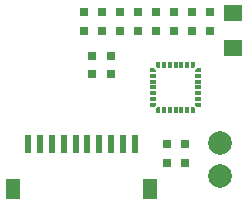
<source format=gtp>
G04 Layer_Color=8421504*
%FSLAX25Y25*%
%MOIN*%
G70*
G01*
G75*
%ADD10R,0.04724X0.07087*%
%ADD11R,0.02362X0.06102*%
%ADD12R,0.02362X0.06102*%
%ADD13R,0.03150X0.03150*%
%ADD14R,0.01181X0.01181*%
%ADD15R,0.01968X0.01181*%
%ADD16R,0.01181X0.01968*%
%ADD17C,0.07874*%
%ADD18R,0.06299X0.05512*%
G36*
X51583Y33094D02*
X50992Y32504D01*
X49614D01*
Y33685D01*
X51583D01*
Y33094D01*
D02*
G37*
G36*
X66386Y32504D02*
X65008D01*
X64417Y33094D01*
Y33685D01*
X66386D01*
Y32504D01*
D02*
G37*
G36*
X52685Y30614D02*
X51504D01*
Y31992D01*
X52095Y32583D01*
X52685D01*
Y30614D01*
D02*
G37*
G36*
X64496Y31992D02*
Y30614D01*
X63315D01*
Y32583D01*
X63906D01*
X64496Y31992D01*
D02*
G37*
G36*
X52685Y45417D02*
X52095D01*
X51504Y46008D01*
Y47386D01*
X52685D01*
Y45417D01*
D02*
G37*
G36*
X64496Y46047D02*
X63906Y45457D01*
X63315D01*
Y47425D01*
X64496D01*
Y46047D01*
D02*
G37*
G36*
X51583Y44905D02*
Y44315D01*
X49614D01*
Y45496D01*
X50992D01*
X51583Y44905D01*
D02*
G37*
G36*
X66386Y44315D02*
X64417D01*
Y44905D01*
X65008Y45496D01*
X66386D01*
Y44315D01*
D02*
G37*
G54D10*
X49500Y5000D02*
D03*
X3829D02*
D03*
G54D11*
X16823Y20256D02*
D03*
X24697Y20256D02*
D03*
X40445D02*
D03*
G54D12*
X20759Y20256D02*
D03*
X28634Y20256D02*
D03*
X32571D02*
D03*
X36508D02*
D03*
X44382D02*
D03*
X8948Y20258D02*
D03*
X12885Y20258D02*
D03*
G54D13*
X55000Y20150D02*
D03*
Y13850D02*
D03*
X36500Y49650D02*
D03*
Y43350D02*
D03*
X30000Y43350D02*
D03*
Y49650D02*
D03*
X57500Y57850D02*
D03*
Y64150D02*
D03*
X39500Y57850D02*
D03*
Y64150D02*
D03*
X33500Y64150D02*
D03*
Y57850D02*
D03*
X27500Y57850D02*
D03*
Y64150D02*
D03*
X63500Y57850D02*
D03*
Y64150D02*
D03*
X45500Y57850D02*
D03*
Y64150D02*
D03*
X51500Y57850D02*
D03*
Y64150D02*
D03*
X61000Y20150D02*
D03*
Y13850D02*
D03*
X69500Y57850D02*
D03*
Y64150D02*
D03*
G54D14*
X65874Y44905D02*
D03*
Y33094D02*
D03*
X63906Y31126D02*
D03*
X52095D02*
D03*
X50126Y33094D02*
D03*
Y44905D02*
D03*
X52095Y46874D02*
D03*
X63906Y46913D02*
D03*
G54D15*
X65480Y42937D02*
D03*
Y40968D02*
D03*
Y39000D02*
D03*
Y37031D02*
D03*
Y35063D02*
D03*
X50520D02*
D03*
Y37031D02*
D03*
Y39000D02*
D03*
Y40968D02*
D03*
Y42937D02*
D03*
G54D16*
X61937Y31520D02*
D03*
X59969D02*
D03*
X58000D02*
D03*
X56032D02*
D03*
X54063D02*
D03*
Y46480D02*
D03*
X56032D02*
D03*
X58000D02*
D03*
X59969D02*
D03*
X61937D02*
D03*
G54D17*
X72665Y9616D02*
D03*
Y20578D02*
D03*
G54D18*
X77000Y63906D02*
D03*
Y52095D02*
D03*
M02*

</source>
